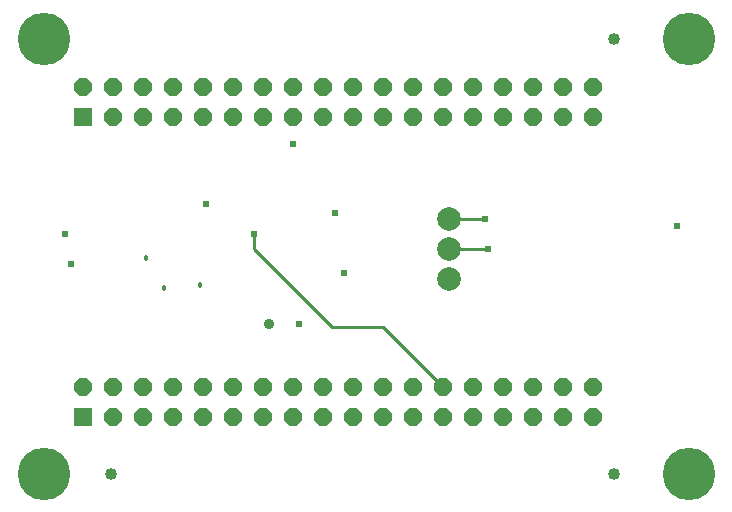
<source format=gbr>
G04 EAGLE Gerber RS-274X export*
G75*
%MOMM*%
%FSLAX34Y34*%
%LPD*%
%INBottom Copper*%
%IPPOS*%
%AMOC8*
5,1,8,0,0,1.08239X$1,22.5*%
G01*
%ADD10C,1.016000*%
%ADD11C,4.445000*%
%ADD12C,2.000000*%
%ADD13R,1.524000X1.524000*%
%ADD14P,1.649562X8X22.500000*%
%ADD15C,0.254000*%
%ADD16C,0.609600*%
%ADD17C,0.457200*%
%ADD18C,0.904800*%


D10*
X520700Y406400D03*
X520700Y38100D03*
X95250Y38100D03*
D11*
X38100Y406400D03*
X38100Y38100D03*
X584200Y38100D03*
X584200Y406400D03*
D12*
X381000Y228600D03*
X381000Y254000D03*
X381000Y203200D03*
D13*
X71800Y86100D03*
D14*
X71800Y111500D03*
X97200Y86100D03*
X97200Y111500D03*
X122600Y86100D03*
X122600Y111500D03*
X148000Y86100D03*
X148000Y111500D03*
X173400Y86100D03*
X173400Y111500D03*
X198800Y86100D03*
X198800Y111500D03*
X224200Y86100D03*
X224200Y111500D03*
X249600Y86100D03*
X249600Y111500D03*
X275000Y86100D03*
X275000Y111500D03*
X300400Y86100D03*
X300400Y111500D03*
X325800Y86100D03*
X325800Y111500D03*
X351200Y86100D03*
X351200Y111500D03*
X376600Y86100D03*
X376600Y111500D03*
X402000Y86100D03*
X402000Y111500D03*
X427400Y86100D03*
X427400Y111500D03*
X452800Y86100D03*
X452800Y111500D03*
X478200Y86100D03*
X478200Y111500D03*
X503600Y86100D03*
X503600Y111500D03*
D13*
X71800Y340100D03*
D14*
X71800Y365500D03*
X97200Y340100D03*
X97200Y365500D03*
X122600Y340100D03*
X122600Y365500D03*
X148000Y340100D03*
X148000Y365500D03*
X173400Y340100D03*
X173400Y365500D03*
X198800Y340100D03*
X198800Y365500D03*
X224200Y340100D03*
X224200Y365500D03*
X249600Y340100D03*
X249600Y365500D03*
X275000Y340100D03*
X275000Y365500D03*
X300400Y340100D03*
X300400Y365500D03*
X325800Y340100D03*
X325800Y365500D03*
X351200Y340100D03*
X351200Y365500D03*
X376600Y340100D03*
X376600Y365500D03*
X402000Y340100D03*
X402000Y365500D03*
X427400Y340100D03*
X427400Y365500D03*
X452800Y340100D03*
X452800Y365500D03*
X478200Y340100D03*
X478200Y365500D03*
X503600Y340100D03*
X503600Y365500D03*
D15*
X411480Y254000D02*
X381000Y254000D01*
D16*
X411480Y254000D03*
X292100Y208280D03*
X284480Y259080D03*
D17*
X139700Y195580D03*
D18*
X228600Y165100D03*
D16*
X574040Y247650D03*
D15*
X414020Y228600D02*
X381000Y228600D01*
D16*
X414020Y228600D03*
X249600Y317500D03*
X55880Y241300D03*
X60960Y215900D03*
D17*
X124460Y220980D03*
D16*
X175260Y266700D03*
X254000Y165100D03*
D17*
X170180Y198120D03*
D16*
X215900Y241300D03*
D15*
X325800Y162300D02*
X376600Y111500D01*
X325800Y162300D02*
X282200Y162300D01*
X215900Y228600D01*
X215900Y241300D01*
M02*

</source>
